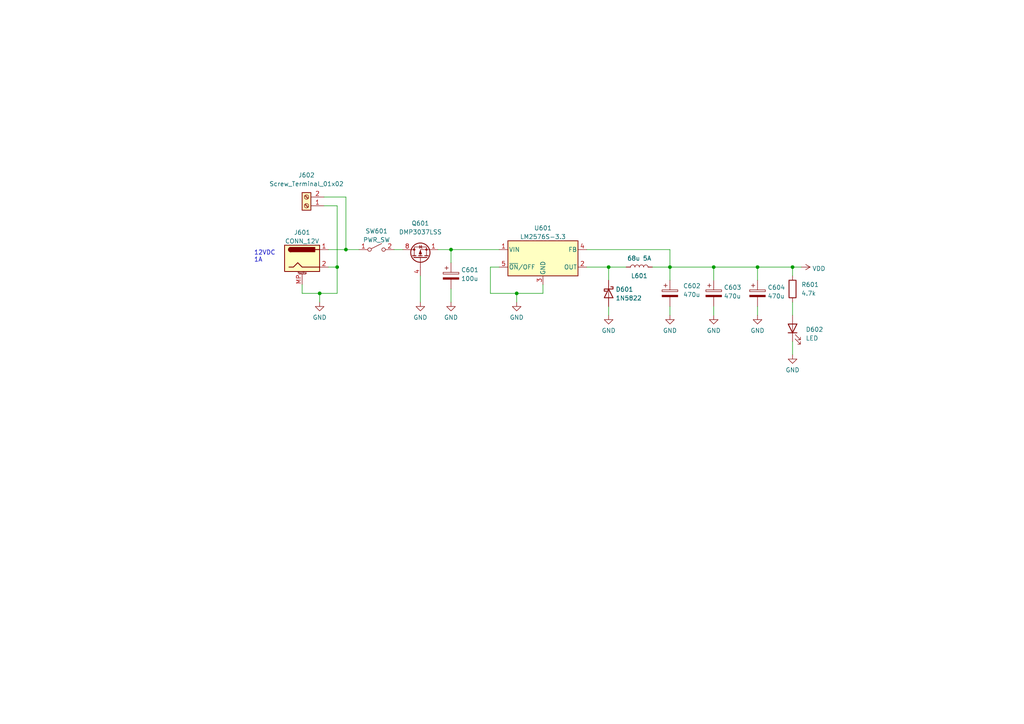
<source format=kicad_sch>
(kicad_sch (version 20211123) (generator eeschema)
  (paper "A4")
  (lib_symbols
    (symbol "Connector:Barrel_Jack_MountingPin" (pin_names hide)
      (property "Reference" "J" (at 0 5.334 0))
      (property "Value" "Barrel_Jack_MountingPin" (at 1.27 -6.35 0))
      (symbol "Barrel_Jack_MountingPin_0_1"
        (rectangle (start -5.08 3.81) (end 5.08 -3.81) (stroke (width 0.254)) (fill (type background)))
        (arc (start -3.302 3.175) (mid -3.937 2.54) (end -3.302 1.905) (stroke (width 0.254)))
        (arc (start -3.302 3.175) (mid -3.937 2.54) (end -3.302 1.905) (stroke (width 0.254)) (fill (type outline)))
        (polyline (pts (xy 5.08 2.54) (xy 3.81 2.54)) (stroke (width 0.254)))
        (polyline (pts (xy -3.81 -2.54) (xy -2.54 -2.54) (xy -1.27 -1.27) (xy 0 -2.54) (xy 2.54 -2.54) (xy 5.08 -2.54)) (stroke (width 0.254)))
        (rectangle (start 3.683 3.175) (end -3.302 1.905) (stroke (width 0.254)) (fill (type outline)))
      )
      (symbol "Barrel_Jack_MountingPin_1_1"
        (polyline (pts (xy -1.016 -4.572) (xy 1.016 -4.572)) (stroke (width 0.1524)))
        (text "Mounting" (at 0 -4.191 0) (effects (font (size 0.381 0.381))))
        (pin passive line (at 7.62 2.54 180) (length 2.54) (name "~") (number "1"))
        (pin passive line (at 7.62 -2.54 180) (length 2.54) (name "~") (number "2"))
        (pin passive line (at 0 -7.62 90) (length 3.048) (name "MountPin") (number "MP"))
      )
    )
    (symbol "Connector:Screw_Terminal_01x02" (pin_names (offset 1.016) hide)
      (property "Reference" "J" (at 0 2.54 0))
      (property "Value" "Screw_Terminal_01x02" (at 0 -5.08 0))
      (symbol "Screw_Terminal_01x02_1_1"
        (rectangle (start -1.27 1.27) (end 1.27 -3.81) (stroke (width 0.254)) (fill (type background)))
        (circle (center 0 -2.54) (radius 0.635) (stroke (width 0.1524)))
        (polyline (pts (xy -0.5334 -2.2098) (xy 0.3302 -3.048)) (stroke (width 0.1524)))
        (polyline (pts (xy -0.5334 0.3302) (xy 0.3302 -0.508)) (stroke (width 0.1524)))
        (polyline (pts (xy -0.3556 -2.032) (xy 0.508 -2.8702)) (stroke (width 0.1524)))
        (polyline (pts (xy -0.3556 0.508) (xy 0.508 -0.3302)) (stroke (width 0.1524)))
        (circle (center 0 0) (radius 0.635) (stroke (width 0.1524)))
        (pin passive line (at -5.08 0 0) (length 3.81) (name "Pin_1") (number "1"))
        (pin passive line (at -5.08 -2.54 0) (length 3.81) (name "Pin_2") (number "2"))
      )
    )
    (symbol "Device:C_Polarized" (pin_numbers hide) (pin_names (offset 0.254))
      (property "Reference" "C" (at 0.635 2.54 0))
      (property "Value" "C_Polarized" (at 0.635 -2.54 0))
      (symbol "C_Polarized_0_1"
        (rectangle (start -2.286 0.508) (end 2.286 1.016))
        (polyline (pts (xy -1.778 2.286) (xy -0.762 2.286)))
        (polyline (pts (xy -1.27 2.794) (xy -1.27 1.778)))
        (rectangle (start 2.286 -0.508) (end -2.286 -1.016) (fill (type outline)))
      )
      (symbol "C_Polarized_1_1"
        (pin passive line (at 0 3.81 270) (length 2.794) (name "~") (number "1"))
        (pin passive line (at 0 -3.81 90) (length 2.794) (name "~") (number "2"))
      )
    )
    (symbol "Device:D_Schottky" (pin_numbers hide) (pin_names (offset 1.016) hide)
      (property "Reference" "D" (at 0 2.54 0))
      (property "Value" "D_Schottky" (at 0 -2.54 0))
      (symbol "D_Schottky_0_1"
        (polyline (pts (xy 1.27 0) (xy -1.27 0)))
        (polyline (pts (xy 1.27 1.27) (xy 1.27 -1.27) (xy -1.27 0) (xy 1.27 1.27)) (stroke (width 0.254)))
        (polyline (pts (xy -1.905 0.635) (xy -1.905 1.27) (xy -1.27 1.27) (xy -1.27 -1.27) (xy -0.635 -1.27) (xy -0.635 -0.635)) (stroke (width 0.254)))
      )
      (symbol "D_Schottky_1_1"
        (pin passive line (at -3.81 0 0) (length 2.54) (name "K") (number "1"))
        (pin passive line (at 3.81 0 180) (length 2.54) (name "A") (number "2"))
      )
    )
    (symbol "Device:L" (pin_numbers hide) (pin_names (offset 1.016) hide)
      (property "Reference" "L" (at -1.27 0 90))
      (property "Value" "L" (at 1.905 0 90))
      (symbol "L_0_1"
        (arc (start 0 -2.54) (mid 0.635 -1.905) (end 0 -1.27))
        (arc (start 0 -1.27) (mid 0.635 -0.635) (end 0 0))
        (arc (start 0 0) (mid 0.635 0.635) (end 0 1.27))
        (arc (start 0 1.27) (mid 0.635 1.905) (end 0 2.54))
      )
      (symbol "L_1_1"
        (pin passive line (at 0 3.81 270) (length 1.27) (name "1") (number "1"))
        (pin passive line (at 0 -3.81 90) (length 1.27) (name "2") (number "2"))
      )
    )
    (symbol "Device:LED" (pin_numbers hide) (pin_names (offset 1.016) hide)
      (property "Reference" "D" (at 0 2.54 0))
      (property "Value" "LED" (at 0 -2.54 0))
      (symbol "LED_0_1"
        (polyline (pts (xy -1.27 -1.27) (xy -1.27 1.27)) (stroke (width 0.254)))
        (polyline (pts (xy -1.27 0) (xy 1.27 0)))
        (polyline (pts (xy 1.27 -1.27) (xy 1.27 1.27) (xy -1.27 0) (xy 1.27 -1.27)) (stroke (width 0.254)))
        (polyline (pts (xy -3.048 -0.762) (xy -4.572 -2.286) (xy -3.81 -2.286) (xy -4.572 -2.286) (xy -4.572 -1.524)))
        (polyline (pts (xy -1.778 -0.762) (xy -3.302 -2.286) (xy -2.54 -2.286) (xy -3.302 -2.286) (xy -3.302 -1.524)))
      )
      (symbol "LED_1_1"
        (pin passive line (at -3.81 0 0) (length 2.54) (name "K") (number "1"))
        (pin passive line (at 3.81 0 180) (length 2.54) (name "A") (number "2"))
      )
    )
    (symbol "Device:R" (pin_numbers hide) (pin_names (offset 0))
      (property "Reference" "R" (at 2.032 0 90))
      (property "Value" "R" (at 0 0 90))
      (symbol "R_0_1"
        (rectangle (start -1.016 -2.54) (end 1.016 2.54) (stroke (width 0.254)))
      )
      (symbol "R_1_1"
        (pin passive line (at 0 3.81 270) (length 1.27) (name "~") (number "1"))
        (pin passive line (at 0 -3.81 90) (length 1.27) (name "~") (number "2"))
      )
    )
    (symbol "Regulator_Switching:LM2576S-3.3" (pin_names (offset 0.254))
      (property "Reference" "U" (at -10.16 6.35 0))
      (property "Value" "LM2576S-3.3" (at 0 6.35 0))
      (symbol "LM2576S-3.3_0_1"
        (rectangle (start -10.16 5.08) (end 10.16 -5.08) (stroke (width 0.254)) (fill (type background)))
      )
      (symbol "LM2576S-3.3_1_1"
        (pin power_in line (at -12.7 2.54 0) (length 2.54) (name "VIN") (number "1"))
        (pin output line (at 12.7 -2.54 180) (length 2.54) (name "OUT") (number "2"))
        (pin power_in line (at 0 -7.62 90) (length 2.54) (name "GND") (number "3"))
        (pin input line (at 12.7 2.54 180) (length 2.54) (name "FB") (number "4"))
        (pin input line (at -12.7 -2.54 0) (length 2.54) (name "~{ON}/OFF") (number "5"))
      )
    )
    (symbol "Switch:SW_SPST" (pin_names (offset 0) hide)
      (property "Reference" "SW" (at 0 3.175 0))
      (property "Value" "SW_SPST" (at 0 -2.54 0))
      (symbol "SW_SPST_0_0"
        (circle (center -2.032 0) (radius 0.508))
        (polyline (pts (xy -1.524 0.254) (xy 1.524 1.778)))
        (circle (center 2.032 0) (radius 0.508))
      )
      (symbol "SW_SPST_1_1"
        (pin passive line (at -5.08 0 0) (length 2.54) (name "A") (number "1"))
        (pin passive line (at 5.08 0 180) (length 2.54) (name "B") (number "2"))
      )
    )
    (symbol "Transistor_FET:FDS9435A" (pin_names hide)
      (property "Reference" "Q" (at 5.08 1.905 0))
      (property "Value" "FDS9435A" (at 5.08 0 0))
      (symbol "FDS9435A_0_1"
        (polyline (pts (xy 0.254 0) (xy -2.54 0)))
        (polyline (pts (xy 0.254 1.905) (xy 0.254 -1.905)) (stroke (width 0.254)))
        (polyline (pts (xy 0.762 -1.27) (xy 0.762 -2.286)) (stroke (width 0.254)))
        (polyline (pts (xy 0.762 0.508) (xy 0.762 -0.508)) (stroke (width 0.254)))
        (polyline (pts (xy 0.762 2.286) (xy 0.762 1.27)) (stroke (width 0.254)))
        (polyline (pts (xy 2.54 2.54) (xy 2.54 1.778)))
        (polyline (pts (xy 2.54 -2.54) (xy 2.54 0) (xy 0.762 0)))
        (polyline (pts (xy 0.762 1.778) (xy 3.302 1.778) (xy 3.302 -1.778) (xy 0.762 -1.778)))
        (polyline (pts (xy 2.286 0) (xy 1.27 0.381) (xy 1.27 -0.381) (xy 2.286 0)) (fill (type outline)))
        (polyline (pts (xy 2.794 -0.508) (xy 2.921 -0.381) (xy 3.683 -0.381) (xy 3.81 -0.254)))
        (polyline (pts (xy 3.302 -0.381) (xy 2.921 0.254) (xy 3.683 0.254) (xy 3.302 -0.381)))
        (circle (center 1.651 0) (radius 2.794) (stroke (width 0.254)))
        (circle (center 2.54 -1.778) (radius 0.254) (fill (type outline)))
        (circle (center 2.54 1.778) (radius 0.254) (fill (type outline)))
      )
      (symbol "FDS9435A_1_1"
        (pin passive line (at 2.54 -5.08 90) (length 2.54) (name "S") (number "1"))
        (pin passive line (at 2.54 -5.08 90) (length 2.54) hide (name "S") (number "2"))
        (pin passive line (at 2.54 -5.08 90) (length 2.54) hide (name "S") (number "3"))
        (pin passive line (at -5.08 0 0) (length 2.54) (name "G") (number "4"))
        (pin passive line (at 2.54 5.08 270) (length 2.54) hide (name "D") (number "5"))
        (pin passive line (at 2.54 5.08 270) (length 2.54) hide (name "D") (number "6"))
        (pin passive line (at 2.54 5.08 270) (length 2.54) hide (name "D") (number "7"))
        (pin passive line (at 2.54 5.08 270) (length 2.54) (name "D") (number "8"))
      )
    )
    (symbol "power:GND" (power) (pin_names (offset 0))
      (property "Value" "GND" (at 0 -3.81 0))
      (symbol "GND_0_1"
        (polyline (pts (xy 0 0) (xy 0 -1.27) (xy 1.27 -1.27) (xy 0 -2.54) (xy -1.27 -1.27) (xy 0 -1.27)))
      )
      (symbol "GND_1_1"
        (pin power_in line (at 0 0 270) (length 0) hide (name "GND") (number "1"))
      )
    )
    (symbol "power:VDD" (power) (pin_names (offset 0))
      (property "Value" "VDD" (at 0 3.81 0))
      (symbol "VDD_0_1"
        (polyline (pts (xy -0.762 1.27) (xy 0 2.54)))
        (polyline (pts (xy 0 0) (xy 0 2.54)))
        (polyline (pts (xy 0 2.54) (xy 0.762 1.27)))
      )
      (symbol "VDD_1_1"
        (pin power_in line (at 0 0 90) (length 0) hide (name "VDD") (number "1"))
      )
    )
  )
  (junction (at 207.01 77.47))
  (junction (at 194.31 77.47))
  (junction (at 149.86 85.09))
  (junction (at 176.53 77.47))
  (junction (at 100.33 72.39))
  (junction (at 92.71 85.09))
  (junction (at 97.79 77.47))
  (junction (at 219.71 77.47))
  (junction (at 229.87 77.47))
  (junction (at 130.81 72.39))
  (wire (pts (xy 100.33 57.15) (xy 100.33 72.39)))
  (wire (pts (xy 142.24 85.09) (xy 149.86 85.09)))
  (wire (pts (xy 207.01 77.47) (xy 219.71 77.47)))
  (wire (pts (xy 130.81 72.39) (xy 130.81 76.2)))
  (wire (pts (xy 194.31 77.47) (xy 194.31 81.28)))
  (wire (pts (xy 144.78 77.47) (xy 142.24 77.47)))
  (wire (pts (xy 176.53 77.47) (xy 176.53 81.28)))
  (wire (pts (xy 95.25 77.47) (xy 97.79 77.47)))
  (wire (pts (xy 95.25 72.39) (xy 100.33 72.39)))
  (wire (pts (xy 92.71 87.63) (xy 92.71 85.09)))
  (wire (pts (xy 97.79 59.69) (xy 97.79 77.47)))
  (wire (pts (xy 229.87 87.63) (xy 229.87 91.44)))
  (wire (pts (xy 97.79 85.09) (xy 92.71 85.09)))
  (wire (pts (xy 130.81 72.39) (xy 144.78 72.39)))
  (wire (pts (xy 92.71 85.09) (xy 87.63 85.09)))
  (wire (pts (xy 176.53 77.47) (xy 181.61 77.47)))
  (wire (pts (xy 194.31 77.47) (xy 207.01 77.47)))
  (wire (pts (xy 207.01 77.47) (xy 207.01 81.28)))
  (wire (pts (xy 176.53 88.9) (xy 176.53 91.44)))
  (wire (pts (xy 194.31 88.9) (xy 194.31 91.44)))
  (wire (pts (xy 207.01 88.9) (xy 207.01 91.44)))
  (wire (pts (xy 219.71 77.47) (xy 219.71 81.28)))
  (wire (pts (xy 127 72.39) (xy 130.81 72.39)))
  (wire (pts (xy 229.87 99.06) (xy 229.87 102.87)))
  (wire (pts (xy 100.33 72.39) (xy 104.14 72.39)))
  (wire (pts (xy 149.86 85.09) (xy 149.86 87.63)))
  (wire (pts (xy 194.31 72.39) (xy 194.31 77.47)))
  (wire (pts (xy 142.24 77.47) (xy 142.24 85.09)))
  (wire (pts (xy 97.79 77.47) (xy 97.79 85.09)))
  (wire (pts (xy 149.86 85.09) (xy 157.48 85.09)))
  (wire (pts (xy 219.71 88.9) (xy 219.71 91.44)))
  (wire (pts (xy 130.81 83.82) (xy 130.81 87.63)))
  (wire (pts (xy 157.48 85.09) (xy 157.48 82.55)))
  (wire (pts (xy 170.18 72.39) (xy 194.31 72.39)))
  (wire (pts (xy 219.71 77.47) (xy 229.87 77.47)))
  (wire (pts (xy 170.18 77.47) (xy 176.53 77.47)))
  (wire (pts (xy 93.98 59.69) (xy 97.79 59.69)))
  (wire (pts (xy 229.87 77.47) (xy 232.41 77.47)))
  (wire (pts (xy 189.23 77.47) (xy 194.31 77.47)))
  (wire (pts (xy 87.63 85.09) (xy 87.63 82.55)))
  (wire (pts (xy 93.98 57.15) (xy 100.33 57.15)))
  (wire (pts (xy 121.92 80.01) (xy 121.92 87.63)))
  (wire (pts (xy 114.3 72.39) (xy 116.84 72.39)))
  (wire (pts (xy 229.87 77.47) (xy 229.87 80.01)))
  (text "12VDC\n1A" (at 73.66 76.2 0) (effects (font (size 1.27 1.27)) (justify left bottom)))
  (symbol (lib_id "Device:D_Schottky") (at 176.53 85.09 270) (unit 1)
    (property "Reference" "D601" (at 178.562 83.9378 90) (effects (justify left)))
    (property "Value" "1N5822" (at 178.562 86.4747 90) (effects (justify left)))
    (property "Footprint" "Diode_THT:D_DO-201AD_P5.08mm_Vertical_AnodeUp" (effects hide))
  )
  (symbol (lib_id "Device:L") (at 185.42 77.47 90) (unit 1)
    (property "Reference" "L601" (at 185.42 80.01 90))
    (property "Value" "68u 5A" (at 185.42 74.93 90))
    (property "Footprint" "Inductor_THT:L_Toroid_Vertical_L24.6mm_W15.5mm_P11.44mm_Pulse_KM-4" (effects hide))
    (property "Part" "PE-92114KNL" (effects hide))
  )
  (symbol (lib_id "Connector:Screw_Terminal_01x02") (at 88.9 59.69 180) (unit 1)
    (property "Reference" "J602" (at 88.9 50.8 0))
    (property "Value" "Screw_Terminal_01x02" (at 88.9 53.34 0))
    (property "Footprint" "TerminalBlock_Phoenix:TerminalBlock_Phoenix_MKDS-1,5-2-5.08_1x02_P5.08mm_Horizontal" (effects hide))
  )
  (symbol (lib_id "Device:C_Polarized") (at 219.71 85.09 0) (unit 1)
    (property "Reference" "C604" (at 222.631 83.3663 0) (effects (justify left)))
    (property "Value" "470u" (at 222.631 85.9032 0) (effects (justify left)))
    (property "Footprint" "Capacitor_THT:CP_Radial_D8.0mm_P5.00mm" (effects hide))
    (property "Part" "667-EEU-FR1C471B" (effects hide))
  )
  (symbol (lib_id "Connector:Barrel_Jack_MountingPin") (at 87.63 74.93 0) (unit 1)
    (property "Reference" "J601" (at 87.63 67.4202 0))
    (property "Value" "CONN_12V" (at 87.63 69.9571 0))
    (property "Footprint" "Connector_BarrelJack:BarrelJack_CUI_PJ-063AH_Horizontal" (effects hide))
    (property "Part" "490-PJ-063AH" (effects hide))
  )
  (symbol (lib_id "power:GND") (at 219.71 91.44 0) (unit 1)
    (property "Reference" "#PWR0608" (effects hide))
    (property "Value" "GND" (at 219.71 95.8834 0))
  )
  (symbol (lib_id "power:GND") (at 121.92 87.63 0) (unit 1)
    (property "Reference" "#PWR0602" (effects hide))
    (property "Value" "GND" (at 121.92 92.0734 0))
  )
  (symbol (lib_id "power:GND") (at 229.87 102.87 0) (unit 1)
    (property "Reference" "#PWR0609" (effects hide))
    (property "Value" "GND" (at 229.87 107.3134 0))
  )
  (symbol (lib_id "power:GND") (at 194.31 91.44 0) (unit 1)
    (property "Reference" "#PWR0606" (effects hide))
    (property "Value" "GND" (at 194.31 95.8834 0))
  )
  (symbol (lib_id "power:GND") (at 130.81 87.63 0) (unit 1)
    (property "Reference" "#PWR0603" (effects hide))
    (property "Value" "GND" (at 130.81 92.0734 0))
  )
  (symbol (lib_id "power:VDD") (at 232.41 77.47 270) (unit 1)
    (property "Reference" "#PWR0610" (effects hide))
    (property "Value" "VDD" (at 235.585 77.9038 90) (effects (justify left)))
  )
  (symbol (lib_id "power:GND") (at 149.86 87.63 0) (unit 1)
    (property "Reference" "#PWR0604" (effects hide))
    (property "Value" "GND" (at 149.86 92.0734 0))
  )
  (symbol (lib_id "Device:C_Polarized") (at 130.81 80.01 0) (unit 1)
    (property "Reference" "C601" (at 133.731 78.2863 0) (effects (justify left)))
    (property "Value" "100u" (at 133.731 80.8232 0) (effects (justify left)))
    (property "Footprint" "Capacitor_THT:CP_Radial_D6.3mm_P2.50mm" (effects hide))
    (property "Part" "710-860020473008" (effects hide))
  )
  (symbol (lib_id "Switch:SW_SPST") (at 109.22 72.39 0) (unit 1)
    (property "Reference" "SW601" (at 109.22 67.0392 0))
    (property "Value" "PWR_SW" (at 109.22 69.5761 0))
  )
  (symbol (lib_id "Regulator_Switching:LM2576S-3.3") (at 157.48 74.93 0) (unit 1)
    (property "Reference" "U601" (at 157.48 66.1502 0))
    (property "Value" "LM2576S-3.3" (at 157.48 68.6871 0))
    (property "Footprint" "Package_TO_SOT_SMD:TO-263-5_TabPin3" (effects hide))
    (property "Datasheet" "http://www.ti.com/lit/ds/symlink/lm2576.pdf" (effects hide))
  )
  (symbol (lib_id "Device:LED") (at 229.87 95.25 90) (unit 1)
    (property "Reference" "D602" (at 233.68 95.5674 90) (effects (justify right)))
    (property "Value" "LED" (at 233.68 98.1074 90) (effects (justify right)))
    (property "Footprint" "LED_SMD:LED_PLCC-2_3.4x3.0mm_KA" (effects hide))
  )
  (symbol (lib_id "Device:R") (at 229.87 83.82 0) (unit 1)
    (property "Reference" "R601" (at 232.41 82.5499 0) (effects (justify left)))
    (property "Value" "4.7k" (at 232.41 85.0899 0) (effects (justify left)))
    (property "Footprint" "Resistor_SMD:R_0603_1608Metric_Pad0.98x0.95mm_HandSolder" (effects hide))
  )
  (symbol (lib_id "Device:C_Polarized") (at 207.01 85.09 0) (unit 1)
    (property "Reference" "C603" (at 209.931 83.3663 0) (effects (justify left)))
    (property "Value" "470u" (at 209.931 85.9032 0) (effects (justify left)))
    (property "Footprint" "Capacitor_THT:CP_Radial_D8.0mm_P5.00mm" (effects hide))
    (property "Part" "667-EEU-FR1C471B" (effects hide))
  )
  (symbol (lib_id "power:GND") (at 207.01 91.44 0) (unit 1)
    (property "Reference" "#PWR0607" (effects hide))
    (property "Value" "GND" (at 207.01 95.8834 0))
  )
  (symbol (lib_id "power:GND") (at 92.71 87.63 0) (unit 1)
    (property "Reference" "#PWR0601" (effects hide))
    (property "Value" "GND" (at 92.71 92.0734 0))
  )
  (symbol (lib_id "Device:C_Polarized") (at 194.31 85.09 0) (unit 1)
    (property "Reference" "C602" (at 198.12 82.9309 0) (effects (justify left)))
    (property "Value" "470u" (at 198.12 85.4709 0) (effects (justify left)))
    (property "Footprint" "Capacitor_THT:CP_Radial_D8.0mm_P5.00mm" (effects hide))
    (property "Part" "667-EEU-FR1C471B" (effects hide))
  )
  (symbol (lib_id "Transistor_FET:FDS9435A") (at 121.92 74.93 90) (unit 1)
    (property "Reference" "Q601" (at 121.92 64.77 90))
    (property "Value" "DMP3037LSS" (at 121.92 67.31 90))
    (property "Footprint" "Package_SO:SOIC-8_3.9x4.9mm_P1.27mm" (effects hide))
    (property "Datasheet" "https://www.onsemi.com/pub/Collateral/FDS9435A-D.PDF" (effects hide))
  )
  (symbol (lib_id "power:GND") (at 176.53 91.44 0) (unit 1)
    (property "Reference" "#PWR0605" (effects hide))
    (property "Value" "GND" (at 176.53 95.8834 0))
  )
)
</source>
